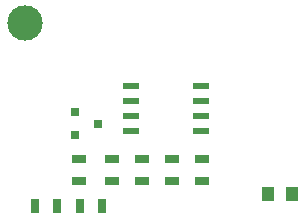
<source format=gbr>
G04 #@! TF.FileFunction,Paste,Bot*
%FSLAX46Y46*%
G04 Gerber Fmt 4.6, Leading zero omitted, Abs format (unit mm)*
G04 Created by KiCad (PCBNEW (2016-04-04 BZR 6663, Git 30f5a7a)-product) date 05/05/2016 22:09:38*
%MOMM*%
G01*
G04 APERTURE LIST*
%ADD10C,0.100000*%
%ADD11R,1.300000X0.700000*%
%ADD12R,0.700000X1.300000*%
%ADD13R,0.800100X0.800100*%
%ADD14R,1.450000X0.600000*%
%ADD15R,1.000000X1.250000*%
%ADD16C,3.000000*%
G04 APERTURE END LIST*
D10*
D11*
X146558000Y-104074000D03*
X146558000Y-102174000D03*
D12*
X145730000Y-106172000D03*
X143830000Y-106172000D03*
D11*
X149098000Y-102174000D03*
X149098000Y-104074000D03*
X154178000Y-102174000D03*
X154178000Y-104074000D03*
D12*
X140020000Y-106172000D03*
X141920000Y-106172000D03*
D11*
X143764000Y-104074000D03*
X143764000Y-102174000D03*
D13*
X143398240Y-100137000D03*
X143398240Y-98237000D03*
X145397220Y-99187000D03*
D14*
X154130000Y-96012000D03*
X154130000Y-97282000D03*
X154130000Y-98552000D03*
X154130000Y-99822000D03*
X148130000Y-99822000D03*
X148130000Y-98552000D03*
X148130000Y-97282000D03*
X148130000Y-96012000D03*
D11*
X151638000Y-102174000D03*
X151638000Y-104074000D03*
D15*
X159782000Y-105156000D03*
X161782000Y-105156000D03*
D16*
X139192000Y-90678000D03*
M02*

</source>
